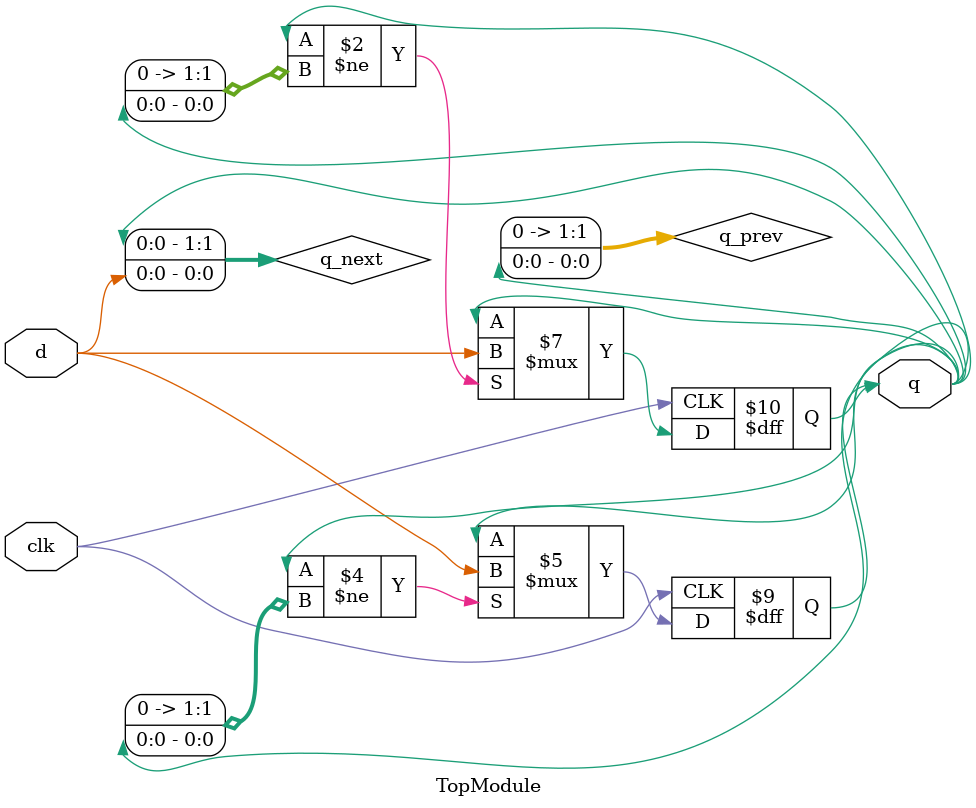
<source format=sv>

module TopModule (
  input clk,
  input d,
  output reg q
);

reg [1:0] q_next;
reg [1:0] q_prev;

assign q_next[0] = d;
assign q_next[1] = q;

always @(posedge clk) begin
    if (q != q_prev) begin // check for change in q
        q <= q_next;
    end
end

always @(negedge clk) begin
    if (q != q_prev) begin // check for change in q
        q <= q_next;
    end
end

assign q_prev = q;

endmodule

// VERILOG-EVAL: errant inclusion of module definition

</source>
